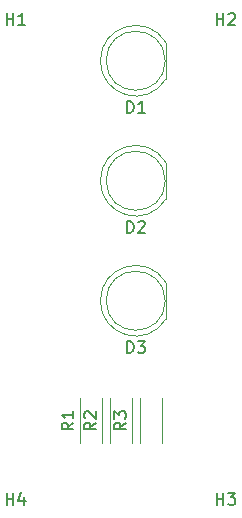
<source format=gbr>
%TF.GenerationSoftware,KiCad,Pcbnew,(6.0.1)*%
%TF.CreationDate,2022-02-28T16:14:51-08:00*%
%TF.ProjectId,trafficLight,74726166-6669-4634-9c69-6768742e6b69,rev?*%
%TF.SameCoordinates,Original*%
%TF.FileFunction,Legend,Top*%
%TF.FilePolarity,Positive*%
%FSLAX46Y46*%
G04 Gerber Fmt 4.6, Leading zero omitted, Abs format (unit mm)*
G04 Created by KiCad (PCBNEW (6.0.1)) date 2022-02-28 16:14:51*
%MOMM*%
%LPD*%
G01*
G04 APERTURE LIST*
%ADD10C,0.150000*%
%ADD11C,0.120000*%
G04 APERTURE END LIST*
D10*
%TO.C,R3*%
X127452380Y-109386666D02*
X126976190Y-109720000D01*
X127452380Y-109958095D02*
X126452380Y-109958095D01*
X126452380Y-109577142D01*
X126500000Y-109481904D01*
X126547619Y-109434285D01*
X126642857Y-109386666D01*
X126785714Y-109386666D01*
X126880952Y-109434285D01*
X126928571Y-109481904D01*
X126976190Y-109577142D01*
X126976190Y-109958095D01*
X126452380Y-109053333D02*
X126452380Y-108434285D01*
X126833333Y-108767619D01*
X126833333Y-108624761D01*
X126880952Y-108529523D01*
X126928571Y-108481904D01*
X127023809Y-108434285D01*
X127261904Y-108434285D01*
X127357142Y-108481904D01*
X127404761Y-108529523D01*
X127452380Y-108624761D01*
X127452380Y-108910476D01*
X127404761Y-109005714D01*
X127357142Y-109053333D01*
%TO.C,R2*%
X124912380Y-109386666D02*
X124436190Y-109720000D01*
X124912380Y-109958095D02*
X123912380Y-109958095D01*
X123912380Y-109577142D01*
X123960000Y-109481904D01*
X124007619Y-109434285D01*
X124102857Y-109386666D01*
X124245714Y-109386666D01*
X124340952Y-109434285D01*
X124388571Y-109481904D01*
X124436190Y-109577142D01*
X124436190Y-109958095D01*
X124007619Y-109005714D02*
X123960000Y-108958095D01*
X123912380Y-108862857D01*
X123912380Y-108624761D01*
X123960000Y-108529523D01*
X124007619Y-108481904D01*
X124102857Y-108434285D01*
X124198095Y-108434285D01*
X124340952Y-108481904D01*
X124912380Y-109053333D01*
X124912380Y-108434285D01*
%TO.C,R1*%
X122992380Y-109386666D02*
X122516190Y-109720000D01*
X122992380Y-109958095D02*
X121992380Y-109958095D01*
X121992380Y-109577142D01*
X122040000Y-109481904D01*
X122087619Y-109434285D01*
X122182857Y-109386666D01*
X122325714Y-109386666D01*
X122420952Y-109434285D01*
X122468571Y-109481904D01*
X122516190Y-109577142D01*
X122516190Y-109958095D01*
X122992380Y-108434285D02*
X122992380Y-109005714D01*
X122992380Y-108720000D02*
X121992380Y-108720000D01*
X122135238Y-108815238D01*
X122230476Y-108910476D01*
X122278095Y-109005714D01*
%TO.C,H4*%
X117348095Y-116332380D02*
X117348095Y-115332380D01*
X117348095Y-115808571D02*
X117919523Y-115808571D01*
X117919523Y-116332380D02*
X117919523Y-115332380D01*
X118824285Y-115665714D02*
X118824285Y-116332380D01*
X118586190Y-115284761D02*
X118348095Y-115999047D01*
X118967142Y-115999047D01*
%TO.C,H3*%
X135128095Y-116332380D02*
X135128095Y-115332380D01*
X135128095Y-115808571D02*
X135699523Y-115808571D01*
X135699523Y-116332380D02*
X135699523Y-115332380D01*
X136080476Y-115332380D02*
X136699523Y-115332380D01*
X136366190Y-115713333D01*
X136509047Y-115713333D01*
X136604285Y-115760952D01*
X136651904Y-115808571D01*
X136699523Y-115903809D01*
X136699523Y-116141904D01*
X136651904Y-116237142D01*
X136604285Y-116284761D01*
X136509047Y-116332380D01*
X136223333Y-116332380D01*
X136128095Y-116284761D01*
X136080476Y-116237142D01*
%TO.C,H2*%
X135128095Y-75692380D02*
X135128095Y-74692380D01*
X135128095Y-75168571D02*
X135699523Y-75168571D01*
X135699523Y-75692380D02*
X135699523Y-74692380D01*
X136128095Y-74787619D02*
X136175714Y-74740000D01*
X136270952Y-74692380D01*
X136509047Y-74692380D01*
X136604285Y-74740000D01*
X136651904Y-74787619D01*
X136699523Y-74882857D01*
X136699523Y-74978095D01*
X136651904Y-75120952D01*
X136080476Y-75692380D01*
X136699523Y-75692380D01*
%TO.C,H1*%
X117348095Y-75692380D02*
X117348095Y-74692380D01*
X117348095Y-75168571D02*
X117919523Y-75168571D01*
X117919523Y-75692380D02*
X117919523Y-74692380D01*
X118919523Y-75692380D02*
X118348095Y-75692380D01*
X118633809Y-75692380D02*
X118633809Y-74692380D01*
X118538571Y-74835238D01*
X118443333Y-74930476D01*
X118348095Y-74978095D01*
%TO.C,D3*%
X127531904Y-103472380D02*
X127531904Y-102472380D01*
X127770000Y-102472380D01*
X127912857Y-102520000D01*
X128008095Y-102615238D01*
X128055714Y-102710476D01*
X128103333Y-102900952D01*
X128103333Y-103043809D01*
X128055714Y-103234285D01*
X128008095Y-103329523D01*
X127912857Y-103424761D01*
X127770000Y-103472380D01*
X127531904Y-103472380D01*
X128436666Y-102472380D02*
X129055714Y-102472380D01*
X128722380Y-102853333D01*
X128865238Y-102853333D01*
X128960476Y-102900952D01*
X129008095Y-102948571D01*
X129055714Y-103043809D01*
X129055714Y-103281904D01*
X129008095Y-103377142D01*
X128960476Y-103424761D01*
X128865238Y-103472380D01*
X128579523Y-103472380D01*
X128484285Y-103424761D01*
X128436666Y-103377142D01*
%TO.C,D2*%
X127531904Y-93312380D02*
X127531904Y-92312380D01*
X127770000Y-92312380D01*
X127912857Y-92360000D01*
X128008095Y-92455238D01*
X128055714Y-92550476D01*
X128103333Y-92740952D01*
X128103333Y-92883809D01*
X128055714Y-93074285D01*
X128008095Y-93169523D01*
X127912857Y-93264761D01*
X127770000Y-93312380D01*
X127531904Y-93312380D01*
X128484285Y-92407619D02*
X128531904Y-92360000D01*
X128627142Y-92312380D01*
X128865238Y-92312380D01*
X128960476Y-92360000D01*
X129008095Y-92407619D01*
X129055714Y-92502857D01*
X129055714Y-92598095D01*
X129008095Y-92740952D01*
X128436666Y-93312380D01*
X129055714Y-93312380D01*
%TO.C,D1*%
X127531904Y-83152380D02*
X127531904Y-82152380D01*
X127770000Y-82152380D01*
X127912857Y-82200000D01*
X128008095Y-82295238D01*
X128055714Y-82390476D01*
X128103333Y-82580952D01*
X128103333Y-82723809D01*
X128055714Y-82914285D01*
X128008095Y-83009523D01*
X127912857Y-83104761D01*
X127770000Y-83152380D01*
X127531904Y-83152380D01*
X129055714Y-83152380D02*
X128484285Y-83152380D01*
X128770000Y-83152380D02*
X128770000Y-82152380D01*
X128674761Y-82295238D01*
X128579523Y-82390476D01*
X128484285Y-82438095D01*
D11*
%TO.C,R3*%
X130460000Y-111140000D02*
X130460000Y-107300000D01*
X128620000Y-111140000D02*
X128620000Y-107300000D01*
%TO.C,R2*%
X127920000Y-111140000D02*
X127920000Y-107300000D01*
X126080000Y-111140000D02*
X126080000Y-107300000D01*
%TO.C,R1*%
X123540000Y-111140000D02*
X123540000Y-107300000D01*
X125380000Y-111140000D02*
X125380000Y-107300000D01*
%TO.C,D3*%
X130830000Y-100605000D02*
X130830000Y-97515000D01*
X130830000Y-97515170D02*
G75*
G03*
X125280000Y-99060462I-2560000J-1544830D01*
G01*
X125280000Y-99059538D02*
G75*
G03*
X130830000Y-100604830I2990000J-462D01*
G01*
X130770000Y-99060000D02*
G75*
G03*
X130770000Y-99060000I-2500000J0D01*
G01*
%TO.C,D2*%
X130830000Y-90445000D02*
X130830000Y-87355000D01*
X130830000Y-87355170D02*
G75*
G03*
X125280000Y-88900462I-2560000J-1544830D01*
G01*
X125280000Y-88899538D02*
G75*
G03*
X130830000Y-90444830I2990000J-462D01*
G01*
X130770000Y-88900000D02*
G75*
G03*
X130770000Y-88900000I-2500000J0D01*
G01*
%TO.C,D1*%
X130830000Y-80285000D02*
X130830000Y-77195000D01*
X130830000Y-77195170D02*
G75*
G03*
X125280000Y-78740462I-2560000J-1544830D01*
G01*
X125280000Y-78739538D02*
G75*
G03*
X130830000Y-80284830I2990000J-462D01*
G01*
X130770000Y-78740000D02*
G75*
G03*
X130770000Y-78740000I-2500000J0D01*
G01*
%TD*%
M02*

</source>
